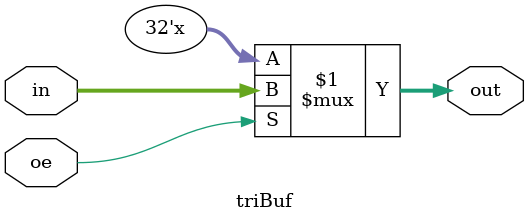
<source format=v>
module triBuf(out, in, oe);
    input[31:0] in;
    input oe;
    output[31:0] out;
    assign out = oe ? in : 32'bz;

endmodule
</source>
